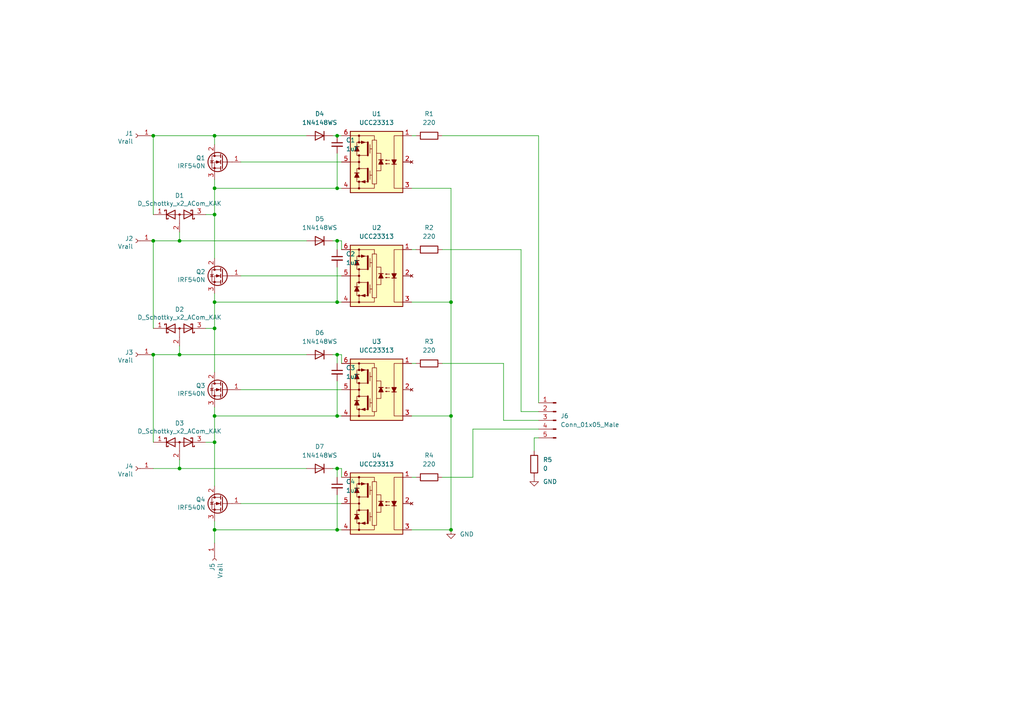
<source format=kicad_sch>
(kicad_sch (version 20230121) (generator eeschema)
  (paper "A4")
  (lib_symbols
    (symbol "Connector:Conn_01x01_Female" (pin_names (offset 1.016) hide)
      (property "Reference" "J" (at 0 2.54 0))
      (property "Value" "Connector_Conn_01x01_Female" (at 0 -2.54 0))
      (symbol "Conn_01x01_Female_1_1"
        (polyline (pts (xy -1.27 0) (xy -0.508 0)) (stroke (width 0.1524)))
        (arc (start 0 0.508) (mid -0.5058 0) (end 0 -0.508) (stroke (width 0.1524)))
        (pin passive line (at -5.08 0 0) (length 3.81) (name "Pin_1") (number "1"))
      )
    )
    (symbol "Connector:Conn_01x05_Male" (pin_names (offset 1.016) hide)
      (property "Reference" "J" (at 0 7.62 0))
      (property "Value" "Conn_01x05_Male" (at 0 -7.62 0))
      (symbol "Conn_01x05_Male_1_1"
        (polyline (pts (xy 1.27 -5.08) (xy 0.8636 -5.08)) (stroke (width 0.1524)))
        (polyline (pts (xy 1.27 -2.54) (xy 0.8636 -2.54)) (stroke (width 0.1524)))
        (polyline (pts (xy 1.27 0) (xy 0.8636 0)) (stroke (width 0.1524)))
        (polyline (pts (xy 1.27 2.54) (xy 0.8636 2.54)) (stroke (width 0.1524)))
        (polyline (pts (xy 1.27 5.08) (xy 0.8636 5.08)) (stroke (width 0.1524)))
        (rectangle (start 0.8636 -4.953) (end 0 -5.207) (stroke (width 0.1524)) (fill (type outline)))
        (rectangle (start 0.8636 -2.413) (end 0 -2.667) (stroke (width 0.1524)) (fill (type outline)))
        (rectangle (start 0.8636 0.127) (end 0 -0.127) (stroke (width 0.1524)) (fill (type outline)))
        (rectangle (start 0.8636 2.667) (end 0 2.413) (stroke (width 0.1524)) (fill (type outline)))
        (rectangle (start 0.8636 5.207) (end 0 4.953) (stroke (width 0.1524)) (fill (type outline)))
        (pin passive line (at 5.08 5.08 180) (length 3.81) (name "Pin_1") (number "1"))
        (pin passive line (at 5.08 2.54 180) (length 3.81) (name "Pin_2") (number "2"))
        (pin passive line (at 5.08 0 180) (length 3.81) (name "Pin_3") (number "3"))
        (pin passive line (at 5.08 -2.54 180) (length 3.81) (name "Pin_4") (number "4"))
        (pin passive line (at 5.08 -5.08 180) (length 3.81) (name "Pin_5") (number "5"))
      )
    )
    (symbol "Device:C_Small" (pin_numbers hide) (pin_names (offset 0.254) hide)
      (property "Reference" "C" (at 0.254 1.778 0))
      (property "Value" "C_Small" (at 0.254 -2.032 0))
      (symbol "C_Small_0_1"
        (polyline (pts (xy -1.524 -0.508) (xy 1.524 -0.508)) (stroke (width 0.3302)))
        (polyline (pts (xy -1.524 0.508) (xy 1.524 0.508)) (stroke (width 0.3048)))
      )
      (symbol "C_Small_1_1"
        (pin passive line (at 0 2.54 270) (length 2.032) (name "~") (number "1"))
        (pin passive line (at 0 -2.54 90) (length 2.032) (name "~") (number "2"))
      )
    )
    (symbol "Device:D_Schottky_x2_ACom_KAK" (pin_names (offset 0.762) hide)
      (property "Reference" "D" (at 1.27 -2.54 0))
      (property "Value" "Device_D_Schottky_x2_ACom_KAK" (at 0 2.54 0))
      (symbol "D_Schottky_x2_ACom_KAK_0_1"
        (polyline (pts (xy -3.556 0) (xy 3.81 0)))
        (polyline (pts (xy 0 0) (xy 0 -2.54)))
        (polyline (pts (xy -3.81 1.27) (xy -3.81 -1.27) (xy -3.81 -1.27)) (stroke (width 0.254)))
        (polyline (pts (xy 3.81 1.27) (xy 3.81 -1.27) (xy 3.81 -1.27)) (stroke (width 0.254)))
        (polyline (pts (xy -3.81 1.27) (xy -4.318 1.27) (xy -4.318 1.016) (xy -4.318 1.016)) (stroke (width 0.254)))
        (polyline (pts (xy 3.81 -1.27) (xy 4.318 -1.27) (xy 4.318 -1.016) (xy 4.318 -1.016)) (stroke (width 0.254)))
        (polyline (pts (xy 3.81 1.27) (xy 3.302 1.27) (xy 3.302 1.016) (xy 3.302 1.016)) (stroke (width 0.254)))
        (polyline (pts (xy -3.302 -1.016) (xy -3.302 -1.27) (xy -3.81 -1.27) (xy -3.81 -1.27) (xy -3.81 -1.27)) (stroke (width 0.254)))
        (polyline (pts (xy -1.27 -1.27) (xy -3.81 0) (xy -1.27 1.27) (xy -1.27 -1.27) (xy -1.27 -1.27) (xy -1.27 -1.27)) (stroke (width 0.254)))
        (polyline (pts (xy 1.27 1.27) (xy 3.81 0) (xy 1.27 -1.27) (xy 1.27 1.27) (xy 1.27 1.27) (xy 1.27 1.27)) (stroke (width 0.254)))
        (circle (center 0 0) (radius 0.254) (fill (type outline)))
        (pin passive line (at -7.62 0 0) (length 3.81) (name "K") (number "1"))
        (pin passive line (at 0 -5.08 90) (length 2.54) (name "A") (number "2"))
        (pin passive line (at 7.62 0 180) (length 3.81) (name "K") (number "3"))
      )
    )
    (symbol "Device:R" (pin_numbers hide) (pin_names (offset 0))
      (property "Reference" "R" (at 2.032 0 90))
      (property "Value" "R" (at 0 0 90))
      (symbol "R_0_1"
        (rectangle (start -1.016 -2.54) (end 1.016 2.54) (stroke (width 0.254)))
      )
      (symbol "R_1_1"
        (pin passive line (at 0 3.81 270) (length 1.27) (name "~") (number "1"))
        (pin passive line (at 0 -3.81 90) (length 1.27) (name "~") (number "2"))
      )
    )
    (symbol "Diode:1N4148WS" (pin_numbers hide) (pin_names (offset 1.016) hide)
      (property "Reference" "D" (at 0 2.54 0))
      (property "Value" "1N4148WS" (at 0 -2.54 0))
      (symbol "1N4148WS_0_1"
        (polyline (pts (xy -1.27 1.27) (xy -1.27 -1.27)) (stroke (width 0.254)))
        (polyline (pts (xy 1.27 0) (xy -1.27 0)))
        (polyline (pts (xy 1.27 1.27) (xy 1.27 -1.27) (xy -1.27 0) (xy 1.27 1.27)) (stroke (width 0.254)))
      )
      (symbol "1N4148WS_1_1"
        (pin passive line (at -3.81 0 0) (length 2.54) (name "K") (number "1"))
        (pin passive line (at 3.81 0 180) (length 2.54) (name "A") (number "2"))
      )
    )
    (symbol "Transistor_FET:IRF540N" (pin_names hide)
      (property "Reference" "Q" (at 6.35 1.905 0))
      (property "Value" "Transistor_FET_IRF540N" (at 6.35 0 0))
      (symbol "IRF540N_0_1"
        (polyline (pts (xy 0.254 0) (xy -2.54 0)))
        (polyline (pts (xy 0.254 1.905) (xy 0.254 -1.905)) (stroke (width 0.254)))
        (polyline (pts (xy 0.762 -1.27) (xy 0.762 -2.286)) (stroke (width 0.254)))
        (polyline (pts (xy 0.762 0.508) (xy 0.762 -0.508)) (stroke (width 0.254)))
        (polyline (pts (xy 0.762 2.286) (xy 0.762 1.27)) (stroke (width 0.254)))
        (polyline (pts (xy 2.54 2.54) (xy 2.54 1.778)))
        (polyline (pts (xy 2.54 -2.54) (xy 2.54 0) (xy 0.762 0)))
        (polyline (pts (xy 0.762 -1.778) (xy 3.302 -1.778) (xy 3.302 1.778) (xy 0.762 1.778)))
        (polyline (pts (xy 1.016 0) (xy 2.032 0.381) (xy 2.032 -0.381) (xy 1.016 0)) (fill (type outline)))
        (polyline (pts (xy 2.794 0.508) (xy 2.921 0.381) (xy 3.683 0.381) (xy 3.81 0.254)))
        (polyline (pts (xy 3.302 0.381) (xy 2.921 -0.254) (xy 3.683 -0.254) (xy 3.302 0.381)))
        (circle (center 1.651 0) (radius 2.794) (stroke (width 0.254)))
        (circle (center 2.54 -1.778) (radius 0.254) (fill (type outline)))
        (circle (center 2.54 1.778) (radius 0.254) (fill (type outline)))
      )
      (symbol "IRF540N_1_1"
        (pin input line (at -5.08 0 0) (length 2.54) (name "G") (number "1"))
        (pin passive line (at 2.54 5.08 270) (length 2.54) (name "D") (number "2"))
        (pin passive line (at 2.54 -5.08 90) (length 2.54) (name "S") (number "3"))
      )
    )
    (symbol "cesco:UCC23313" (pin_names hide)
      (property "Reference" "U" (at 0 12.7 0))
      (property "Value" "UCC23313" (at 0 10.16 0))
      (symbol "UCC23313_0_1"
        (rectangle (start -7.62 8.89) (end 7.62 -8.89) (stroke (width 0.254)) (fill (type background)))
        (polyline (pts (xy -5.715 -0.635) (xy -4.445 -0.635)) (stroke (width 0.254)))
        (polyline (pts (xy -0.635 0.635) (xy -1.905 0.635)) (stroke (width 0.254)))
        (polyline (pts (xy 1.27 -3.81) (xy 1.905 -3.81)))
        (polyline (pts (xy 1.27 3.81) (xy 1.905 3.81)))
        (polyline (pts (xy 1.905 -5.08) (xy 1.905 -2.54)))
        (polyline (pts (xy 1.905 2.54) (xy 1.905 5.08)))
        (polyline (pts (xy 2.54 -5.715) (xy 2.54 -1.905)) (stroke (width 0.508)))
        (polyline (pts (xy 2.54 1.905) (xy 2.54 5.715)) (stroke (width 0.508)))
        (polyline (pts (xy 4.445 -1.905) (xy 2.54 -1.905)))
        (polyline (pts (xy 4.445 5.715) (xy 2.54 5.715)))
        (polyline (pts (xy 5.08 -5.715) (xy 5.08 -7.62)))
        (polyline (pts (xy 5.08 0) (xy 7.62 0)))
        (polyline (pts (xy 5.08 1.905) (xy 5.08 -1.905)))
        (polyline (pts (xy 5.08 7.62) (xy 5.08 5.715)))
        (polyline (pts (xy 6.35 -3.175) (xy 5.08 -3.175)) (stroke (width 0.254)))
        (polyline (pts (xy 6.35 4.445) (xy 5.08 4.445)) (stroke (width 0.254)))
        (polyline (pts (xy 7.62 7.62) (xy 0.635 7.62)))
        (polyline (pts (xy -1.27 -0.635) (xy -1.27 -2.54) (xy 0 -2.54)))
        (polyline (pts (xy -1.27 0.635) (xy -1.27 2.54) (xy 0 2.54)))
        (polyline (pts (xy 0.635 -6.35) (xy 0.635 -7.62) (xy 7.62 -7.62)))
        (polyline (pts (xy 4.445 -1.905) (xy 5.715 -1.905) (xy 5.715 -3.175)))
        (polyline (pts (xy 4.445 5.715) (xy 5.715 5.715) (xy 5.715 4.445)))
        (polyline (pts (xy 5.715 -4.445) (xy 5.715 -5.715) (xy 2.54 -5.715)))
        (polyline (pts (xy 5.715 3.175) (xy 5.715 1.905) (xy 2.54 1.905)))
        (polyline (pts (xy -7.62 7.62) (xy -5.08 7.62) (xy -5.08 -7.62) (xy -7.62 -7.62)))
        (polyline (pts (xy -5.08 -0.635) (xy -5.715 0.635) (xy -4.445 0.635) (xy -5.08 -0.635)) (stroke (width 0.254)) (fill (type outline)))
        (polyline (pts (xy -1.27 0.635) (xy -0.635 -0.635) (xy -1.905 -0.635) (xy -1.27 0.635)) (stroke (width 0.254)) (fill (type outline)))
        (polyline (pts (xy 3.302 5.715) (xy 4.445 6.096) (xy 4.445 5.334) (xy 3.302 5.715)) (fill (type outline)))
        (polyline (pts (xy 4.445 -5.715) (xy 3.302 -5.334) (xy 3.302 -6.096) (xy 4.445 -5.715)) (fill (type outline)))
        (polyline (pts (xy 5.715 -3.175) (xy 6.35 -4.445) (xy 5.08 -4.445) (xy 5.715 -3.175)) (stroke (width 0.254)) (fill (type outline)))
        (polyline (pts (xy 5.715 4.445) (xy 6.35 3.175) (xy 5.08 3.175) (xy 5.715 4.445)) (stroke (width 0.254)) (fill (type outline)))
        (polyline (pts (xy -3.81 -0.508) (xy -2.54 -0.508) (xy -2.921 -0.635) (xy -2.921 -0.381) (xy -2.54 -0.508)))
        (polyline (pts (xy -3.81 0.508) (xy -2.54 0.508) (xy -2.921 0.381) (xy -2.921 0.635) (xy -2.54 0.508)))
        (polyline (pts (xy 1.27 6.35) (xy 1.27 -6.35) (xy 0 -6.35) (xy 0 6.35) (xy 1.27 6.35)))
        (rectangle (start 0.635 6.35) (end 0.635 6.35))
        (rectangle (start 0.635 6.35) (end 0.635 7.62))
        (circle (center 5.08 -7.62) (radius 0.254) (fill (type outline)))
        (circle (center 5.08 -5.715) (radius 0.254) (fill (type outline)))
        (circle (center 5.08 -1.905) (radius 0.254) (fill (type outline)))
        (circle (center 5.08 0) (radius 0.254) (fill (type outline)))
        (circle (center 5.08 1.905) (radius 0.254) (fill (type outline)))
        (circle (center 5.08 5.715) (radius 0.254) (fill (type outline)))
        (circle (center 5.08 7.62) (radius 0.254) (fill (type outline)))
      )
      (symbol "UCC23313_1_1"
        (pin passive line (at -10.16 7.62 0) (length 2.54) (name "A") (number "1"))
        (pin no_connect line (at -10.16 0 0) (length 2.54) (name "NC") (number "2"))
        (pin passive line (at -10.16 -7.62 0) (length 2.54) (name "C") (number "3"))
        (pin power_in line (at 10.16 -7.62 180) (length 2.54) (name "VEE") (number "4"))
        (pin output line (at 10.16 0 180) (length 2.54) (name "VO") (number "5"))
        (pin power_in line (at 10.16 7.62 180) (length 2.54) (name "VCC") (number "6"))
      )
    )
    (symbol "power:GND" (power) (pin_names (offset 0))
      (property "Value" "GND" (at 0 -3.81 0))
      (symbol "GND_0_1"
        (polyline (pts (xy 0 0) (xy 0 -1.27) (xy 1.27 -1.27) (xy 0 -2.54) (xy -1.27 -1.27) (xy 0 -1.27)))
      )
      (symbol "GND_1_1"
        (pin power_in line (at 0 0 270) (length 0) hide (name "GND") (number "1"))
      )
    )
  )
  (junction (at 52.07 69.85))
  (junction (at 62.23 62.23))
  (junction (at 62.23 128.27))
  (junction (at 44.45 69.85))
  (junction (at 130.81 120.65))
  (junction (at 62.23 153.67))
  (junction (at 97.79 87.63))
  (junction (at 97.79 102.87))
  (junction (at 52.07 135.89))
  (junction (at 97.79 120.65))
  (junction (at 44.45 102.87))
  (junction (at 97.79 39.37))
  (junction (at 97.79 69.85))
  (junction (at 62.23 87.63))
  (junction (at 97.79 54.61))
  (junction (at 62.23 95.25))
  (junction (at 97.79 135.89))
  (junction (at 97.79 153.67))
  (junction (at 130.81 153.67))
  (junction (at 62.23 54.61))
  (junction (at 44.45 39.37))
  (junction (at 52.07 102.87))
  (junction (at 130.81 87.63))
  (junction (at 62.23 120.65))
  (junction (at 62.23 39.37))
  (wire (pts (xy 44.45 69.85) (xy 44.45 95.25)))
  (wire (pts (xy 137.16 124.46) (xy 137.16 138.43)))
  (wire (pts (xy 119.38 87.63) (xy 130.81 87.63)))
  (wire (pts (xy 146.05 105.41) (xy 146.05 121.92)))
  (wire (pts (xy 97.79 69.85) (xy 97.79 72.39)))
  (wire (pts (xy 52.07 67.31) (xy 52.07 69.85)))
  (wire (pts (xy 59.69 62.23) (xy 62.23 62.23)))
  (wire (pts (xy 97.79 102.87) (xy 97.79 105.41)))
  (wire (pts (xy 96.52 69.85) (xy 97.79 69.85)))
  (wire (pts (xy 99.06 135.89) (xy 97.79 135.89)))
  (wire (pts (xy 62.23 95.25) (xy 62.23 107.95)))
  (wire (pts (xy 130.81 120.65) (xy 119.38 120.65)))
  (wire (pts (xy 62.23 54.61) (xy 97.79 54.61)))
  (wire (pts (xy 128.27 105.41) (xy 146.05 105.41)))
  (wire (pts (xy 59.69 128.27) (xy 62.23 128.27)))
  (wire (pts (xy 52.07 135.89) (xy 44.45 135.89)))
  (wire (pts (xy 97.79 54.61) (xy 99.06 54.61)))
  (wire (pts (xy 62.23 62.23) (xy 62.23 74.93)))
  (wire (pts (xy 128.27 39.37) (xy 156.21 39.37)))
  (wire (pts (xy 62.23 118.11) (xy 62.23 120.65)))
  (wire (pts (xy 99.06 120.65) (xy 97.79 120.65)))
  (wire (pts (xy 128.27 138.43) (xy 137.16 138.43)))
  (wire (pts (xy 119.38 138.43) (xy 120.65 138.43)))
  (wire (pts (xy 99.06 135.89) (xy 99.06 138.43)))
  (wire (pts (xy 97.79 143.51) (xy 97.79 153.67)))
  (wire (pts (xy 97.79 110.49) (xy 97.79 120.65)))
  (wire (pts (xy 62.23 52.07) (xy 62.23 54.61)))
  (wire (pts (xy 62.23 128.27) (xy 62.23 140.97)))
  (wire (pts (xy 99.06 102.87) (xy 99.06 105.41)))
  (wire (pts (xy 88.9 69.85) (xy 52.07 69.85)))
  (wire (pts (xy 62.23 153.67) (xy 62.23 157.48)))
  (wire (pts (xy 44.45 39.37) (xy 62.23 39.37)))
  (wire (pts (xy 146.05 121.92) (xy 156.21 121.92)))
  (wire (pts (xy 69.85 146.05) (xy 99.06 146.05)))
  (wire (pts (xy 119.38 54.61) (xy 130.81 54.61)))
  (wire (pts (xy 128.27 72.39) (xy 151.13 72.39)))
  (wire (pts (xy 69.85 46.99) (xy 99.06 46.99)))
  (wire (pts (xy 62.23 85.09) (xy 62.23 87.63)))
  (wire (pts (xy 62.23 120.65) (xy 62.23 128.27)))
  (wire (pts (xy 99.06 87.63) (xy 97.79 87.63)))
  (wire (pts (xy 62.23 39.37) (xy 88.9 39.37)))
  (wire (pts (xy 52.07 100.33) (xy 52.07 102.87)))
  (wire (pts (xy 151.13 72.39) (xy 151.13 119.38)))
  (wire (pts (xy 154.94 127) (xy 156.21 127)))
  (wire (pts (xy 96.52 39.37) (xy 97.79 39.37)))
  (wire (pts (xy 59.69 95.25) (xy 62.23 95.25)))
  (wire (pts (xy 154.94 130.81) (xy 154.94 127)))
  (wire (pts (xy 130.81 153.67) (xy 119.38 153.67)))
  (wire (pts (xy 130.81 87.63) (xy 130.81 120.65)))
  (wire (pts (xy 62.23 54.61) (xy 62.23 62.23)))
  (wire (pts (xy 119.38 105.41) (xy 120.65 105.41)))
  (wire (pts (xy 62.23 120.65) (xy 97.79 120.65)))
  (wire (pts (xy 62.23 39.37) (xy 62.23 41.91)))
  (wire (pts (xy 156.21 39.37) (xy 156.21 116.84)))
  (wire (pts (xy 99.06 69.85) (xy 99.06 72.39)))
  (wire (pts (xy 130.81 54.61) (xy 130.81 87.63)))
  (wire (pts (xy 151.13 119.38) (xy 156.21 119.38)))
  (wire (pts (xy 99.06 39.37) (xy 97.79 39.37)))
  (wire (pts (xy 99.06 102.87) (xy 97.79 102.87)))
  (wire (pts (xy 119.38 72.39) (xy 120.65 72.39)))
  (wire (pts (xy 69.85 80.01) (xy 99.06 80.01)))
  (wire (pts (xy 44.45 39.37) (xy 44.45 62.23)))
  (wire (pts (xy 137.16 124.46) (xy 156.21 124.46)))
  (wire (pts (xy 44.45 102.87) (xy 44.45 128.27)))
  (wire (pts (xy 130.81 120.65) (xy 130.81 153.67)))
  (wire (pts (xy 99.06 153.67) (xy 97.79 153.67)))
  (wire (pts (xy 99.06 69.85) (xy 97.79 69.85)))
  (wire (pts (xy 96.52 135.89) (xy 97.79 135.89)))
  (wire (pts (xy 52.07 133.35) (xy 52.07 135.89)))
  (wire (pts (xy 88.9 102.87) (xy 52.07 102.87)))
  (wire (pts (xy 96.52 102.87) (xy 97.79 102.87)))
  (wire (pts (xy 52.07 69.85) (xy 44.45 69.85)))
  (wire (pts (xy 119.38 39.37) (xy 120.65 39.37)))
  (wire (pts (xy 62.23 153.67) (xy 97.79 153.67)))
  (wire (pts (xy 52.07 102.87) (xy 44.45 102.87)))
  (wire (pts (xy 97.79 135.89) (xy 97.79 138.43)))
  (wire (pts (xy 62.23 87.63) (xy 62.23 95.25)))
  (wire (pts (xy 88.9 135.89) (xy 52.07 135.89)))
  (wire (pts (xy 62.23 153.67) (xy 62.23 151.13)))
  (wire (pts (xy 69.85 113.03) (xy 99.06 113.03)))
  (wire (pts (xy 62.23 87.63) (xy 97.79 87.63)))
  (wire (pts (xy 97.79 77.47) (xy 97.79 87.63)))
  (wire (pts (xy 97.79 44.45) (xy 97.79 54.61)))
  (symbol (lib_id "Connector:Conn_01x01_Female") (at 39.37 39.37 0) (mirror y) (unit 1)
    (property "Reference" "J1" (at 38.6588 38.7096 0) (effects (justify left)))
    (property "Value" "Vrail" (at 38.6588 41.021 0) (effects (justify left)))
    (property "Footprint" "TestPoint:TestPoint_Pad_D4.0mm" (effects hide))
  )
  (symbol (lib_id "cesco:UCC23313") (at 109.22 80.01 0) (mirror y) (unit 1)
    (property "Reference" "U2" (at 109.22 66.04 0))
    (property "Value" "UCC23313" (at 109.22 68.58 0))
    (property "Footprint" "Package_SO:SSO-6_6.8x4.6mm_P1.27mm_Clearance7mm" (effects hide))
  )
  (symbol (lib_id "Diode:1N4148WS") (at 92.71 102.87 180) (unit 1)
    (property "Reference" "D6" (at 92.71 96.52 0))
    (property "Value" "1N4148WS" (at 92.71 99.06 0))
    (property "Footprint" "Diode_SMD:D_SOD-323" (effects hide))
    (property "Datasheet" "https://www.vishay.com/docs/85751/1n4148ws.pdf" (effects hide))
  )
  (symbol (lib_id "Transistor_FET:IRF540N") (at 64.77 113.03 0) (mirror y) (unit 1)
    (property "Reference" "Q3" (at 59.5884 111.8616 0) (effects (justify left)))
    (property "Value" "IRF540N" (at 59.5884 114.173 0) (effects (justify left)))
    (property "Footprint" "Package_TO_SOT_THT:TO-220F-3_Horizontal_TabDown" (effects hide))
    (property "Datasheet" "http://www.irf.com/product-info/datasheets/data/irf540n.pdf" (effects hide))
  )
  (symbol (lib_id "Device:D_Schottky_x2_ACom_KAK") (at 52.07 128.27 0) (unit 1)
    (property "Reference" "D3" (at 52.07 122.7582 0))
    (property "Value" "D_Schottky_x2_ACom_KAK" (at 52.07 125.0696 0))
    (property "Footprint" "Package_TO_SOT_THT:TO-220F-3_Horizontal_TabDown" (effects hide))
  )
  (symbol (lib_id "Connector:Conn_01x01_Female") (at 39.37 135.89 0) (mirror y) (unit 1)
    (property "Reference" "J4" (at 38.6588 135.2296 0) (effects (justify left)))
    (property "Value" "Vrail" (at 38.6588 137.541 0) (effects (justify left)))
    (property "Footprint" "TestPoint:TestPoint_Pad_D4.0mm" (effects hide))
  )
  (symbol (lib_id "Device:D_Schottky_x2_ACom_KAK") (at 52.07 62.23 0) (unit 1)
    (property "Reference" "D1" (at 52.07 56.7182 0))
    (property "Value" "D_Schottky_x2_ACom_KAK" (at 52.07 59.0296 0))
    (property "Footprint" "Package_TO_SOT_THT:TO-220F-3_Horizontal_TabDown" (effects hide))
  )
  (symbol (lib_id "power:GND") (at 130.81 153.67 0) (unit 1)
    (property "Reference" "#PWR0101" (effects hide))
    (property "Value" "GND" (at 133.35 154.9399 0) (effects (justify left)))
  )
  (symbol (lib_id "Device:R") (at 154.94 134.62 180) (unit 1)
    (property "Reference" "R5" (at 157.48 133.35 0) (effects (justify right)))
    (property "Value" "0" (at 157.48 135.89 0) (effects (justify right)))
    (property "Footprint" "Resistor_SMD:R_1812_4532Metric_Pad1.30x3.40mm_HandSolder" (effects hide))
  )
  (symbol (lib_id "cesco:UCC23313") (at 109.22 46.99 0) (mirror y) (unit 1)
    (property "Reference" "U1" (at 109.22 33.02 0))
    (property "Value" "UCC23313" (at 109.22 35.56 0))
    (property "Footprint" "Package_SO:SSO-6_6.8x4.6mm_P1.27mm_Clearance7mm" (effects hide))
  )
  (symbol (lib_id "Device:D_Schottky_x2_ACom_KAK") (at 52.07 95.25 0) (unit 1)
    (property "Reference" "D2" (at 52.07 89.7382 0))
    (property "Value" "D_Schottky_x2_ACom_KAK" (at 52.07 92.0496 0))
    (property "Footprint" "Package_TO_SOT_THT:TO-220F-3_Horizontal_TabDown" (effects hide))
  )
  (symbol (lib_id "cesco:UCC23313") (at 109.22 113.03 0) (mirror y) (unit 1)
    (property "Reference" "U3" (at 109.22 99.06 0))
    (property "Value" "UCC23313" (at 109.22 101.6 0))
    (property "Footprint" "Package_SO:SSO-6_6.8x4.6mm_P1.27mm_Clearance7mm" (effects hide))
  )
  (symbol (lib_id "Connector:Conn_01x01_Female") (at 62.23 162.56 90) (mirror x) (unit 1)
    (property "Reference" "J5" (at 61.5696 163.2712 0) (effects (justify left)))
    (property "Value" "Vrail" (at 63.881 163.2712 0) (effects (justify left)))
    (property "Footprint" "TestPoint:TestPoint_Pad_D4.0mm" (effects hide))
  )
  (symbol (lib_id "Connector:Conn_01x01_Female") (at 39.37 102.87 0) (mirror y) (unit 1)
    (property "Reference" "J3" (at 38.6588 102.2096 0) (effects (justify left)))
    (property "Value" "Vrail" (at 38.6588 104.521 0) (effects (justify left)))
    (property "Footprint" "TestPoint:TestPoint_Pad_D4.0mm" (effects hide))
  )
  (symbol (lib_id "Device:C_Small") (at 97.79 41.91 0) (unit 1)
    (property "Reference" "C1" (at 100.33 40.6462 0) (effects (justify left)))
    (property "Value" "1uF" (at 100.33 43.1862 0) (effects (justify left)))
    (property "Footprint" "Capacitor_SMD:C_1812_4532Metric_Pad1.57x3.40mm_HandSolder" (effects hide))
  )
  (symbol (lib_id "Diode:1N4148WS") (at 92.71 135.89 180) (unit 1)
    (property "Reference" "D7" (at 92.71 129.54 0))
    (property "Value" "1N4148WS" (at 92.71 132.08 0))
    (property "Footprint" "Diode_SMD:D_SOD-323" (effects hide))
    (property "Datasheet" "https://www.vishay.com/docs/85751/1n4148ws.pdf" (effects hide))
  )
  (symbol (lib_id "Device:R") (at 124.46 39.37 90) (unit 1)
    (property "Reference" "R1" (at 124.46 33.02 90))
    (property "Value" "220" (at 124.46 35.56 90))
    (property "Footprint" "Resistor_SMD:R_1206_3216Metric_Pad1.30x1.75mm_HandSolder" (effects hide))
  )
  (symbol (lib_id "Device:C_Small") (at 97.79 140.97 0) (unit 1)
    (property "Reference" "C4" (at 100.33 139.7062 0) (effects (justify left)))
    (property "Value" "1uF" (at 100.33 142.2462 0) (effects (justify left)))
    (property "Footprint" "Capacitor_SMD:C_1812_4532Metric_Pad1.57x3.40mm_HandSolder" (effects hide))
  )
  (symbol (lib_id "Device:R") (at 124.46 105.41 90) (unit 1)
    (property "Reference" "R3" (at 124.46 99.06 90))
    (property "Value" "220" (at 124.46 101.6 90))
    (property "Footprint" "Resistor_SMD:R_1206_3216Metric_Pad1.30x1.75mm_HandSolder" (effects hide))
  )
  (symbol (lib_id "Device:C_Small") (at 97.79 74.93 0) (unit 1)
    (property "Reference" "C2" (at 100.33 73.6662 0) (effects (justify left)))
    (property "Value" "1uF" (at 100.33 76.2062 0) (effects (justify left)))
    (property "Footprint" "Capacitor_SMD:C_1812_4532Metric_Pad1.57x3.40mm_HandSolder" (effects hide))
  )
  (symbol (lib_id "Transistor_FET:IRF540N") (at 64.77 146.05 0) (mirror y) (unit 1)
    (property "Reference" "Q4" (at 59.5884 144.8816 0) (effects (justify left)))
    (property "Value" "IRF540N" (at 59.5884 147.193 0) (effects (justify left)))
    (property "Footprint" "Package_TO_SOT_THT:TO-220F-3_Horizontal_TabDown" (effects hide))
    (property "Datasheet" "http://www.irf.com/product-info/datasheets/data/irf540n.pdf" (effects hide))
  )
  (symbol (lib_id "Transistor_FET:IRF540N") (at 64.77 80.01 0) (mirror y) (unit 1)
    (property "Reference" "Q2" (at 59.5884 78.8416 0) (effects (justify left)))
    (property "Value" "IRF540N" (at 59.5884 81.153 0) (effects (justify left)))
    (property "Footprint" "Package_TO_SOT_THT:TO-220F-3_Horizontal_TabDown" (effects hide))
    (property "Datasheet" "http://www.irf.com/product-info/datasheets/data/irf540n.pdf" (effects hide))
  )
  (symbol (lib_id "Diode:1N4148WS") (at 92.71 69.85 180) (unit 1)
    (property "Reference" "D5" (at 92.71 63.5 0))
    (property "Value" "1N4148WS" (at 92.71 66.04 0))
    (property "Footprint" "Diode_SMD:D_SOD-323" (effects hide))
    (property "Datasheet" "https://www.vishay.com/docs/85751/1n4148ws.pdf" (effects hide))
  )
  (symbol (lib_id "cesco:UCC23313") (at 109.22 146.05 0) (mirror y) (unit 1)
    (property "Reference" "U4" (at 109.22 132.08 0))
    (property "Value" "UCC23313" (at 109.22 134.62 0))
    (property "Footprint" "Package_SO:SSO-6_6.8x4.6mm_P1.27mm_Clearance7mm" (effects hide))
  )
  (symbol (lib_id "Device:C_Small") (at 97.79 107.95 0) (unit 1)
    (property "Reference" "C3" (at 100.33 106.6862 0) (effects (justify left)))
    (property "Value" "1uF" (at 100.33 109.2262 0) (effects (justify left)))
    (property "Footprint" "Capacitor_SMD:C_1812_4532Metric_Pad1.57x3.40mm_HandSolder" (effects hide))
  )
  (symbol (lib_id "Diode:1N4148WS") (at 92.71 39.37 180) (unit 1)
    (property "Reference" "D4" (at 92.71 33.02 0))
    (property "Value" "1N4148WS" (at 92.71 35.56 0))
    (property "Footprint" "Diode_SMD:D_SOD-323" (effects hide))
    (property "Datasheet" "https://www.vishay.com/docs/85751/1n4148ws.pdf" (effects hide))
  )
  (symbol (lib_id "Connector:Conn_01x01_Female") (at 39.37 69.85 0) (mirror y) (unit 1)
    (property "Reference" "J2" (at 38.6588 69.1896 0) (effects (justify left)))
    (property "Value" "Vrail" (at 38.6588 71.501 0) (effects (justify left)))
    (property "Footprint" "TestPoint:TestPoint_Pad_D4.0mm" (effects hide))
  )
  (symbol (lib_id "Device:R") (at 124.46 138.43 90) (unit 1)
    (property "Reference" "R4" (at 124.46 132.08 90))
    (property "Value" "220" (at 124.46 134.62 90))
    (property "Footprint" "Resistor_SMD:R_1206_3216Metric_Pad1.30x1.75mm_HandSolder" (effects hide))
  )
  (symbol (lib_id "Connector:Conn_01x05_Male") (at 161.29 121.92 0) (mirror y) (unit 1)
    (property "Reference" "J6" (at 162.56 120.6499 0) (effects (justify right)))
    (property "Value" "Conn_01x05_Male" (at 162.56 123.1899 0) (effects (justify right)))
    (property "Footprint" "Connector_PinHeader_2.54mm:PinHeader_1x05_P2.54mm_Vertical" (effects hide))
  )
  (symbol (lib_id "power:GND") (at 154.94 138.43 0) (unit 1)
    (property "Reference" "#PWR0102" (effects hide))
    (property "Value" "GND" (at 157.48 139.6999 0) (effects (justify left)))
  )
  (symbol (lib_id "Transistor_FET:IRF540N") (at 64.77 46.99 0) (mirror y) (unit 1)
    (property "Reference" "Q1" (at 59.5884 45.8216 0) (effects (justify left)))
    (property "Value" "IRF540N" (at 59.5884 48.133 0) (effects (justify left)))
    (property "Footprint" "Package_TO_SOT_THT:TO-220F-3_Horizontal_TabDown" (effects hide))
    (property "Datasheet" "http://www.irf.com/product-info/datasheets/data/irf540n.pdf" (effects hide))
  )
  (symbol (lib_id "Device:R") (at 124.46 72.39 90) (unit 1)
    (property "Reference" "R2" (at 124.46 66.04 90))
    (property "Value" "220" (at 124.46 68.58 90))
    (property "Footprint" "Resistor_SMD:R_1206_3216Metric_Pad1.30x1.75mm_HandSolder" (effects hide))
  )
)
</source>
